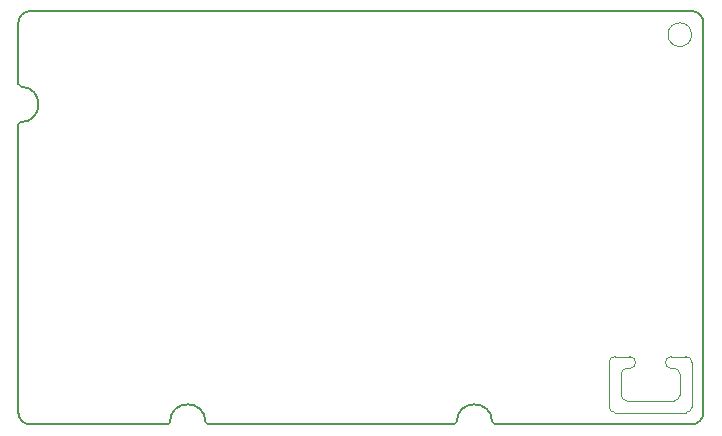
<source format=gbr>
%TF.GenerationSoftware,KiCad,Pcbnew,8.99.0-unknown-7a4b3602b9~181~ubuntu24.04.1*%
%TF.CreationDate,2024-12-15T13:41:47-05:00*%
%TF.ProjectId,nRF54L_ePaper,6e524635-344c-45f6-9550-617065722e6b,rev?*%
%TF.SameCoordinates,Original*%
%TF.FileFunction,Profile,NP*%
%FSLAX46Y46*%
G04 Gerber Fmt 4.6, Leading zero omitted, Abs format (unit mm)*
G04 Created by KiCad (PCBNEW 8.99.0-unknown-7a4b3602b9~181~ubuntu24.04.1) date 2024-12-15 13:41:47*
%MOMM*%
%LPD*%
G01*
G04 APERTURE LIST*
%TA.AperFunction,Profile*%
%ADD10C,0.200000*%
%TD*%
%TA.AperFunction,Profile*%
%ADD11C,0.050000*%
%TD*%
G04 APERTURE END LIST*
D10*
X158000000Y-73000000D02*
G75*
G02*
X157000000Y-74000000I-1000000J0D01*
G01*
D11*
X157020000Y-72500000D02*
G75*
G02*
X156520000Y-73000000I-500000J0D01*
G01*
X156020000Y-71500000D02*
G75*
G02*
X155520000Y-72000000I-500000J0D01*
G01*
D10*
X100000000Y-48600000D02*
G75*
G02*
X100200000Y-48400000I200000J0D01*
G01*
D11*
X155270000Y-69250000D02*
G75*
G02*
X154770000Y-68750000I0J500000D01*
G01*
D10*
X140312500Y-74000000D02*
G75*
G02*
X140112500Y-73800000I0J200000D01*
G01*
X116037500Y-74000000D02*
G75*
G02*
X115837500Y-73800000I0J200000D01*
G01*
D11*
X151020000Y-69750000D02*
G75*
G02*
X151520000Y-69250000I500000J0D01*
G01*
X150520000Y-68250000D02*
X151770000Y-68250000D01*
X156520000Y-68250000D02*
G75*
G02*
X157020000Y-68750000I0J-500000D01*
G01*
X155520000Y-69250000D02*
X155270000Y-69250000D01*
D10*
X100200000Y-45400000D02*
G75*
G02*
X100000000Y-45200000I0J200000D01*
G01*
D11*
X151520000Y-72000000D02*
G75*
G02*
X151020000Y-71500000I0J500000D01*
G01*
D10*
X100000000Y-45200000D02*
X100000000Y-40000000D01*
D11*
X155520000Y-69250000D02*
G75*
G02*
X156020000Y-69750000I0J-500000D01*
G01*
D10*
X157000000Y-74000000D02*
X140312500Y-74000000D01*
X100000000Y-40000000D02*
G75*
G02*
X101000000Y-39000000I1000000J0D01*
G01*
D11*
X157020000Y-68750000D02*
X157020000Y-72500000D01*
X155270000Y-68250000D02*
X156520000Y-68250000D01*
D10*
X112837500Y-73800000D02*
G75*
G02*
X112637500Y-74000000I-200000J0D01*
G01*
X112837500Y-73800000D02*
G75*
G02*
X115837500Y-73800000I1500000J0D01*
G01*
X137112500Y-73800000D02*
G75*
G02*
X136912500Y-74000000I-200000J0D01*
G01*
X157000000Y-39000000D02*
G75*
G02*
X158000000Y-40000000I0J-1000000D01*
G01*
D11*
X154770000Y-68750000D02*
G75*
G02*
X155270000Y-68250000I500000J0D01*
G01*
X150020000Y-68750000D02*
G75*
G02*
X150520000Y-68250000I500000J0D01*
G01*
X157000000Y-41000000D02*
G75*
G02*
X155000000Y-41000000I-1000000J0D01*
G01*
X155000000Y-41000000D02*
G75*
G02*
X157000000Y-41000000I1000000J0D01*
G01*
X152270000Y-68750000D02*
G75*
G02*
X151770000Y-69250000I-500000J0D01*
G01*
X155520000Y-72000000D02*
X151520000Y-72000000D01*
D10*
X101000000Y-74000000D02*
G75*
G02*
X100000000Y-73000000I0J1000000D01*
G01*
D11*
X156520000Y-73000000D02*
X150520000Y-73000000D01*
D10*
X136912500Y-74000000D02*
X116037500Y-74000000D01*
X101000000Y-39000000D02*
X157000000Y-39000000D01*
X158000000Y-40000000D02*
X158000000Y-73000000D01*
D11*
X150520000Y-73000000D02*
G75*
G02*
X150020000Y-72500000I0J500000D01*
G01*
X151020000Y-71500000D02*
X151020000Y-69750000D01*
X151770000Y-68250000D02*
G75*
G02*
X152270000Y-68750000I0J-500000D01*
G01*
X156020000Y-71500000D02*
X156020000Y-69750000D01*
X151770000Y-69250000D02*
X151520000Y-69250000D01*
D10*
X112637500Y-74000000D02*
X101000000Y-74000000D01*
X137112500Y-73800000D02*
G75*
G02*
X140112500Y-73800000I1500000J0D01*
G01*
X100200000Y-45400000D02*
G75*
G02*
X100200000Y-48400000I0J-1500000D01*
G01*
D11*
X150020000Y-72500000D02*
X150020000Y-68750000D01*
D10*
X100000000Y-48600000D02*
X100000000Y-73000000D01*
M02*

</source>
